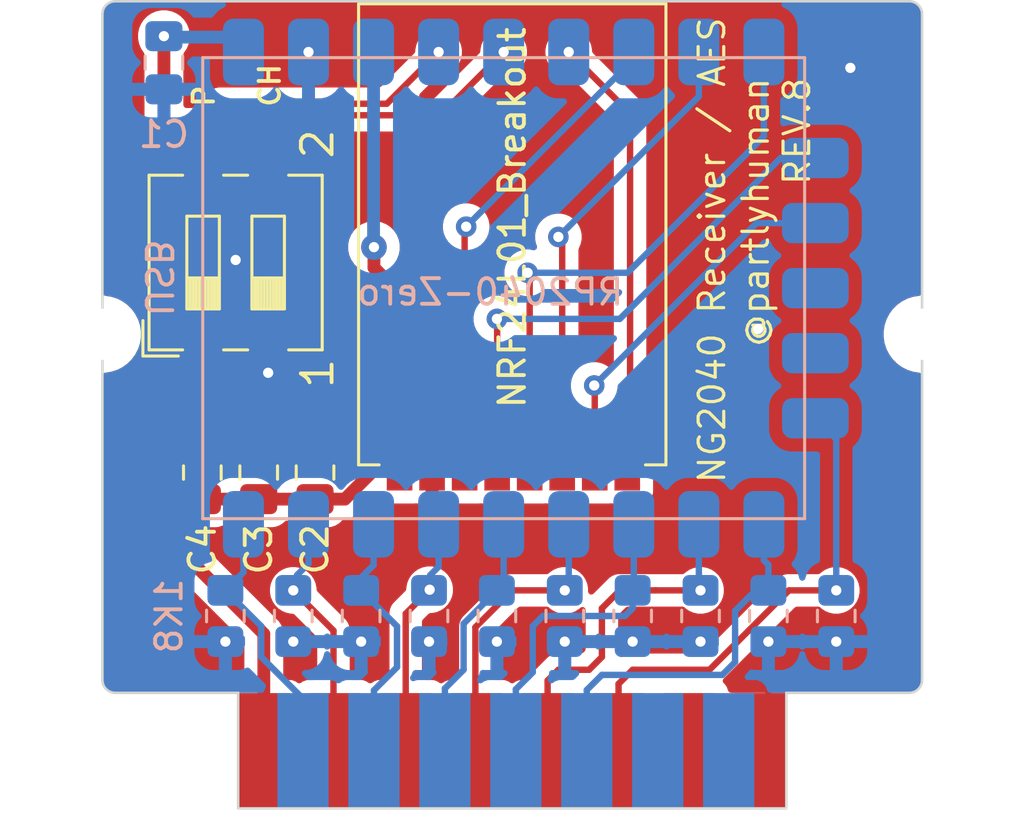
<source format=kicad_pcb>
(kicad_pcb (version 20241229) (generator "pcbnew") (generator_version "9.0")
  (title_block (title "NG2040 Receiver / AES") (date "2025-06-15") (rev "8") (company "@partlyhuman"))
  (layers (0 "F.Cu" signal) (2 "B.Cu" signal) (13 "F.Paste" user) (15 "B.Paste" user) (5 "F.SilkS" user "F.Silkscreen") (7 "B.SilkS" user "B.Silkscreen") (1 "F.Mask" user) (3 "B.Mask" user) (25 "Edge.Cuts" user))
  (net 0 "")
  (net 2 "/VCC")
  (net 3 "/DD")
  (net 4 "/DR")
  (net 5 "/BB")
  (net 6 "/BD")
  (net 7 "/SEL")
  (net 9 "/DU")
  (net 10 "/DL")
  (net 11 "/BA")
  (net 12 "/BC")
  (net 13 "/STA")
  (net 14 "/MISO")
  (net 15 "/CS")
  (net 16 "/SCK")
  (net 17 "/MOSI")
  (net 18 "/CE")
  (net 19 "/IRQ")
  (net 21 "/3V3")
  (net 22 "GND")
  (net 23 "/SET_POWER")
  (net 24 "/SET_PLAYER")
  (footprint "DIY_DB15:DIY_DB15" (layer "F.Cu") (at 100.15 86.26)
    (property "Reference" "J1" (hide yes))
    (property "Value" "DB15_F")
    (pad "1" smd rect (at 9.54 0 90) (size 4.5 2) (layers "F.Cu" "F.Mask" "F.Paste") (net 22 "GND"))
    (pad "2" smd rect (at 6.77 0 90) (size 4.5 2) (layers "F.Cu" "F.Mask" "F.Paste"))
    (pad "3" smd rect (at 4 0 90) (size 4.5 2) (layers "F.Cu" "F.Mask" "F.Paste") (net 7 "/SEL"))
    (pad "4" smd rect (at 1.23 0 90) (size 4.5 2) (layers "F.Cu" "F.Mask" "F.Paste") (net 6 "/BD"))
    (pad "5" smd rect (at -1.54 0 90) (size 4.5 2) (layers "F.Cu" "F.Mask" "F.Paste") (net 5 "/BB"))
    (pad "6" smd rect (at -4.31 0 90) (size 4.5 2) (layers "F.Cu" "F.Mask" "F.Paste") (net 4 "/DR"))
    (pad "7" smd rect (at -7.08 0 90) (size 4.5 2) (layers "F.Cu" "F.Mask" "F.Paste") (net 3 "/DD"))
    (pad "8" smd rect (at -9.85 0 90) (size 4.5 2) (layers "F.Cu" "F.Mask" "F.Paste") (net 2 "/VCC"))
    (pad "9" smd rect (at 8.3 0 270) (size 4.5 2) (layers "B.Cu" "B.Mask" "B.Paste"))
    (pad "10" smd rect (at 5.53 0 270) (size 4.5 2) (layers "B.Cu" "B.Mask" "B.Paste"))
    (pad "11" smd rect (at 2.76 0 270) (size 4.5 2) (layers "B.Cu" "B.Mask" "B.Paste") (net 13 "/STA"))
    (pad "12" smd rect (at -0.01 0 270) (size 4.5 2) (layers "B.Cu" "B.Mask" "B.Paste") (net 12 "/BC"))
    (pad "13" smd rect (at -2.78 0 270) (size 4.5 2) (layers "B.Cu" "B.Mask" "B.Paste") (net 11 "/BA"))
    (pad "14" smd rect (at -5.55 0 270) (size 4.5 2) (layers "B.Cu" "B.Mask" "B.Paste") (net 10 "/DL"))
    (pad "15" smd rect (at -8.32 0 270) (size 4.5 2) (layers "B.Cu" "B.Mask" "B.Paste") (net 9 "/DU"))
  )
  (footprint "NRF24L01:NRF24L01-SMD" (layer "F.Cu") (at 100 66.4)
    (property "Reference" "U2")
    (property "Value" "NRF24L01_Breakout" (at 0 -0.95 90) (layer "F.SilkS"))
    (fp_line (start -6 -9.3) (end 6 -9.3) (stroke (width 0.12)) (layer "F.SilkS"))
    (fp_line (start -6 8.7) (end -6 -9.3) (stroke (width 0.12)) (layer "F.SilkS"))
    (fp_line (start -5.2 8.7) (end -6 8.7) (stroke (width 0.12)) (layer "F.SilkS"))
    (fp_line (start 6 -9.3) (end 6 8.7) (stroke (width 0.12)) (layer "F.SilkS"))
    (fp_line (start 6 8.7) (end 5.2 8.7) (stroke (width 0.12)) (layer "F.SilkS"))
    (pad "1" smd rect (at -3.13 8.7) (size 1 2) (layers "F.Cu" "F.Mask" "F.Paste") (net 22 "GND"))
    (pad "2" smd rect (at -4.4 8.7) (size 1 2) (layers "F.Cu" "F.Mask" "F.Paste") (net 21 "/3V3"))
    (pad "3" smd rect (at -1.86 8.7) (size 1 2) (layers "F.Cu" "F.Mask" "F.Paste") (net 18 "/CE"))
    (pad "4" smd rect (at -0.59 8.7) (size 1 2) (layers "F.Cu" "F.Mask" "F.Paste") (net 15 "/CS"))
    (pad "5" smd rect (at 0.68 8.7) (size 1 2) (layers "F.Cu" "F.Mask" "F.Paste") (net 16 "/SCK"))
    (pad "6" smd rect (at 1.95 8.7) (size 1 2) (layers "F.Cu" "F.Mask" "F.Paste") (net 17 "/MOSI"))
    (pad "7" smd rect (at 3.22 8.7) (size 1 2) (layers "F.Cu" "F.Mask" "F.Paste") (net 14 "/MISO"))
    (pad "8" smd rect (at 4.49 8.7) (size 1 2) (layers "F.Cu" "F.Mask" "F.Paste") (net 19 "/IRQ"))
  )
  (footprint "MountingHole:MountingHole_2mm" (layer "F.Cu") (at 84 70)
    (property "Reference" "H1" (hide yes))
    (property "Value" "MountingHole_2mm" (hide yes))
    (pad "" np_thru_hole circle (at 0 0) (size 2 2) (drill 2) (layers "*.Cu" "*.Mask"))
  )
  (footprint "Capacitor_SMD:C_0805_2012Metric_Pad1.18x1.45mm_HandSolder" (layer "F.Cu") (at 92.3 75.4 90)
    (property "Reference" "C2" (at -3 0 90) (layer "F.SilkS"))
    (property "Value" "10nF")
    (fp_line (start 0.261253 -0.735) (end -0.261253 -0.735) (stroke (width 0.12)) (layer "F.SilkS"))
    (fp_line (start 0.261253 0.735) (end -0.261253 0.735) (stroke (width 0.12)) (layer "F.SilkS"))
    (pad "1" smd roundrect (at -1.0375 0 90) (size 1.175 1.45) (layers "F.Cu" "F.Mask" "F.Paste") (roundrect_rratio 0.2127659574) (net 21 "/3V3"))
    (pad "2" smd roundrect (at 1.0375 0 90) (size 1.175 1.45) (layers "F.Cu" "F.Mask" "F.Paste") (roundrect_rratio 0.2127659574) (net 22 "GND"))
  )
  (footprint "Button_Switch_SMD:SW_DIP_SPSTx02_Slide_6.7x6.64mm_W8.61mm_P2.54mm_LowProfile" (layer "F.Cu") (at 89.2 67.2 90)
    (property "Reference" "SW1" (hide yes))
    (property "Value" "OPTS")
    (fp_line (start -3.65 -3.62) (end -2.267001 -3.62) (stroke (width 0.12)) (layer "F.SilkS"))
    (fp_line (start -3.65 -3.62) (end -3.65 -2.237) (stroke (width 0.12)) (layer "F.SilkS"))
    (fp_line (start 3.41 -3.38) (end 3.41 -2.07) (stroke (width 0.12)) (layer "F.SilkS"))
    (fp_line (start -3.41 -3.38) (end 3.41 -3.38) (stroke (width 0.12)) (layer "F.SilkS"))
    (fp_line (start -3.41 -3.38) (end -3.41 -2.07) (stroke (width 0.12)) (layer "F.SilkS"))
    (fp_line (start 1.81 -1.905) (end -1.81 -1.905) (stroke (width 0.12)) (layer "F.SilkS"))
    (fp_line (start -0.603332 -1.905) (end -0.603333 -0.635) (stroke (width 0.12)) (layer "F.SilkS"))
    (fp_line (start -1.81 -1.905) (end -1.81 -0.635) (stroke (width 0.12)) (layer "F.SilkS"))
    (fp_line (start -1.81 -1.785) (end -0.603332 -1.785) (stroke (width 0.12)) (layer "F.SilkS"))
    (fp_line (start -1.81 -1.665) (end -0.603333 -1.665) (stroke (width 0.12)) (layer "F.SilkS"))
    (fp_line (start -1.81 -1.545) (end -0.603333 -1.545) (stroke (width 0.12)) (layer "F.SilkS"))
    (fp_line (start -1.81 -1.425) (end -0.603333 -1.425) (stroke (width 0.12)) (layer "F.SilkS"))
    (fp_line (start -1.81 -1.305) (end -0.603333 -1.305) (stroke (width 0.12)) (layer "F.SilkS"))
    (fp_line (start -1.81 -1.185) (end -0.603332 -1.185) (stroke (width 0.12)) (layer "F.SilkS"))
    (fp_line (start -1.81 -1.065) (end -0.603333 -1.065) (stroke (width 0.12)) (layer "F.SilkS"))
    (fp_line (start -1.81 -0.945) (end -0.603333 -0.945) (stroke (width 0.12)) (layer "F.SilkS"))
    (fp_line (start -1.81 -0.825) (end -0.603333 -0.825) (stroke (width 0.12)) (layer "F.SilkS"))
    (fp_line (start -1.81 -0.705) (end -0.603333 -0.705) (stroke (width 0.12)) (layer "F.SilkS"))
    (fp_line (start 1.81 -0.635) (end 1.81 -1.905) (stroke (width 0.12)) (layer "F.SilkS"))
    (fp_line (start -1.81 -0.635) (end 1.81 -0.635) (stroke (width 0.12)) (layer "F.SilkS"))
    (fp_line (start 3.41 -0.47) (end 3.41 0.47) (stroke (width 0.12)) (layer "F.SilkS"))
    (fp_line (start -3.41 -0.47) (end -3.41 0.47) (stroke (width 0.12)) (layer "F.SilkS"))
    (fp_line (start 1.81 0.635) (end -1.81 0.635) (stroke (width 0.12)) (layer "F.SilkS"))
    (fp_line (start -0.603333 0.635) (end -0.603332 1.905) (stroke (width 0.12)) (layer "F.SilkS"))
    (fp_line (start -1.81 0.635) (end -1.81 1.905) (stroke (width 0.12)) (layer "F.SilkS"))
    (fp_line (start -1.81 0.755) (end -0.603332 0.755) (stroke (width 0.12)) (layer "F.SilkS"))
    (fp_line (start -1.81 0.875) (end -0.603332 0.875) (stroke (width 0.12)) (layer "F.SilkS"))
    (fp_line (start -1.81 0.995) (end -0.603333 0.995) (stroke (width 0.12)) (layer "F.SilkS"))
    (fp_line (start -1.81 1.115) (end -0.603333 1.115) (stroke (width 0.12)) (layer "F.SilkS"))
    (fp_line (start -1.81 1.235) (end -0.603333 1.235) (stroke (width 0.12)) (layer "F.SilkS"))
    (fp_line (start -1.81 1.355) (end -0.603333 1.355) (stroke (width 0.12)) (layer "F.SilkS"))
    (fp_line (start -1.81 1.475) (end -0.603332 1.475) (stroke (width 0.12)) (layer "F.SilkS"))
    (fp_line (start -1.81 1.595) (end -0.603333 1.595) (stroke (width 0.12)) (layer "F.SilkS"))
    (fp_line (start -1.81 1.715) (end -0.603333 1.715) (stroke (width 0.12)) (layer "F.SilkS"))
    (fp_line (start -1.81 1.835) (end -0.603333 1.835) (stroke (width 0.12)) (layer "F.SilkS"))
    (fp_line (start 1.81 1.905) (end 1.81 0.635) (stroke (width 0.12)) (layer "F.SilkS"))
    (fp_line (start -1.81 1.905) (end 1.81 1.905) (stroke (width 0.12)) (layer "F.SilkS"))
    (fp_line (start 3.41 2.07) (end 3.41 3.38) (stroke (width 0.12)) (layer "F.SilkS"))
    (fp_line (start -3.41 2.07) (end -3.41 3.38) (stroke (width 0.12)) (layer "F.SilkS"))
    (fp_line (start -3.41 3.38) (end 3.41 3.38) (stroke (width 0.12)) (layer "F.SilkS"))
    (pad "1" smd rect (at -4.305 -1.27 90) (size 2.44 1.12) (layers "F.Cu" "F.Mask" "F.Paste") (net 22 "GND"))
    (pad "2" smd rect (at -4.305 1.27 90) (size 2.44 1.12) (layers "F.Cu" "F.Mask" "F.Paste") (net 22 "GND"))
    (pad "3" smd rect (at 4.305 1.27 90) (size 2.44 1.12) (layers "F.Cu" "F.Mask" "F.Paste") (net 23 "/SET_POWER"))
    (pad "4" smd rect (at 4.305 -1.27 90) (size 2.44 1.12) (layers "F.Cu" "F.Mask" "F.Paste") (net 24 "/SET_PLAYER"))
  )
  (footprint "Capacitor_SMD:C_0805_2012Metric_Pad1.18x1.45mm_HandSolder" (layer "F.Cu") (at 90.1 75.4 -90)
    (property "Reference" "C3" (at 3 0 90) (layer "F.SilkS"))
    (property "Value" "0.1uF")
    (fp_line (start -0.261253 0.735) (end 0.261253 0.735) (stroke (width 0.12)) (layer "F.SilkS"))
    (fp_line (start -0.261253 -0.735) (end 0.261253 -0.735) (stroke (width 0.12)) (layer "F.SilkS"))
    (pad "1" smd roundrect (at -1.0375 0 270) (size 1.175 1.45) (layers "F.Cu" "F.Mask" "F.Paste") (roundrect_rratio 0.212766) (net 22 "GND"))
    (pad "2" smd roundrect (at 1.0375 0 270) (size 1.175 1.45) (layers "F.Cu" "F.Mask" "F.Paste") (roundrect_rratio 0.212766) (net 21 "/3V3"))
  )
  (footprint "Capacitor_SMD:C_0805_2012Metric_Pad1.18x1.45mm_HandSolder" (layer "F.Cu") (at 87.9 75.4 90)
    (property "Reference" "C4" (at -3 0 90) (layer "F.SilkS"))
    (property "Value" "10uF")
    (fp_line (start -0.261253 -0.735) (end 0.261253 -0.735) (stroke (width 0.12)) (layer "F.SilkS"))
    (fp_line (start -0.261253 0.735) (end 0.261253 0.735) (stroke (width 0.12)) (layer "F.SilkS"))
    (pad "1" smd roundrect (at -1.0375 0 90) (size 1.175 1.45) (layers "F.Cu" "F.Mask" "F.Paste") (roundrect_rratio 0.212766) (net 21 "/3V3"))
    (pad "2" smd roundrect (at 1.0375 0 90) (size 1.175 1.45) (layers "F.Cu" "F.Mask" "F.Paste") (roundrect_rratio 0.212766) (net 22 "GND"))
  )
  (footprint "MountingHole:MountingHole_2mm" (layer "F.Cu") (at 116 70)
    (property "Reference" "H2" (hide yes))
    (property "Value" "MountingHole_2mm" (hide yes))
    (pad "" np_thru_hole circle (at 0 0) (size 2 2) (drill 2) (layers "*.Cu" "*.Mask"))
  )
  (footprint "Resistor_SMD:R_0805_2012Metric_Pad1.20x1.40mm_HandSolder" (layer "B.Cu") (at 99.4 81.000001 -90)
    (property "Reference" "R5")
    (property "Value" "1K8")
    (fp_line (start 0.227064 0.735) (end -0.227064 0.735) (stroke (width 0.12)) (layer "B.SilkS"))
    (fp_line (start 0.227064 -0.735) (end -0.227064 -0.735) (stroke (width 0.12)) (layer "B.SilkS"))
    (pad "1" smd roundrect (at -1 0 270) (size 1.2 1.4) (layers "B.Cu" "B.Mask" "B.Paste") (roundrect_rratio 0.2083333333) (net 11 "/BA"))
    (pad "2" smd roundrect (at 1 0 270) (size 1.2 1.4) (layers "B.Cu" "B.Mask" "B.Paste") (roundrect_rratio 0.2083333333) (net 22 "GND"))
  )
  (footprint "RP2040Zero:RP2040-Zero" (layer "B.Cu") (at 112.365 58.04 -90)
    (property "Reference" "U1")
    (property "Value" "RP2040-Zero" (at 10.315 13.225 0) (layer "B.SilkS") (effects (justify mirror)))
    (fp_line (start 1.16 24.45) (end 19.16 24.45) (stroke (width 0.12)) (layer "B.SilkS"))
    (fp_line (start 19.16 24.45) (end 19.16 0.95) (stroke (width 0.12)) (layer "B.SilkS"))
    (fp_line (start 1.16 0.95) (end 1.16 24.45) (stroke (width 0.12)) (layer "B.SilkS"))
    (fp_line (start 19.16 0.95) (end 1.16 0.95) (stroke (width 0.12)) (layer "B.SilkS"))
    (pad "1" smd roundrect (at 19.38 22.86 270) (size 2.6 1.6) (layers "B.Cu" "B.Mask" "B.Paste") (net 9 "/DU"))
    (pad "2" smd roundrect (at 19.38 20.32 270) (size 2.6 1.6) (layers "B.Cu" "B.Mask" "B.Paste") (net 3 "/DD"))
    (pad "3" smd roundrect (at 19.38 17.78 270) (size 2.6 1.6) (layers "B.Cu" "B.Mask" "B.Paste") (net 10 "/DL"))
    (pad "4" smd roundrect (at 19.38 15.24 270) (size 2.6 1.6) (layers "B.Cu" "B.Mask" "B.Paste") (net 4 "/DR"))
    (pad "5" smd roundrect (at 19.38 12.7 270) (size 2.6 1.6) (layers "B.Cu" "B.Mask" "B.Paste") (net 11 "/BA"))
    (pad "6" smd roundrect (at 19.38 10.16 270) (size 2.6 1.6) (layers "B.Cu" "B.Mask" "B.Paste") (net 5 "/BB"))
    (pad "7" smd roundrect (at 19.38 7.62 270) (size 2.6 1.6) (layers "B.Cu" "B.Mask" "B.Paste") (net 12 "/BC"))
    (pad "8" smd roundrect (at 19.38 5.08 270) (size 2.6 1.6) (layers "B.Cu" "B.Mask" "B.Paste") (net 6 "/BD"))
    (pad "9" smd roundrect (at 19.38 2.54 270) (size 2.6 1.6) (layers "B.Cu" "B.Mask" "B.Paste") (net 13 "/STA"))
    (pad "10" smd roundrect (at 15.24 0.53 270) (size 1.5748 2.6) (layers "B.Cu" "B.Mask" "B.Paste") (net 7 "/SEL"))
    (pad "11" smd roundrect (at 12.7 0.53 270) (size 1.5748 2.6) (layers "B.Cu" "B.Mask" "B.Paste"))
    (pad "12" smd roundrect (at 10.16 0.53 270) (size 1.5748 2.6) (layers "B.Cu" "B.Mask" "B.Paste"))
    (pad "13" smd roundrect (at 7.62 0.53 270) (size 1.5748 2.6) (layers "B.Cu" "B.Mask" "B.Paste") (net 14 "/MISO"))
    (pad "14" smd roundrect (at 5.08 0.53 270) (size 1.5748 2.6) (layers "B.Cu" "B.Mask" "B.Paste") (net 15 "/CS"))
    (pad "15" smd roundrect (at 0.94 2.54 270) (size 2.6 1.6002) (layers "B.Cu" "B.Mask" "B.Paste") (net 16 "/SCK"))
    (pad "16" smd roundrect (at 0.94 5.08 270) (size 2.6 1.6002) (layers "B.Cu" "B.Mask" "B.Paste") (net 17 "/MOSI"))
    (pad "17" smd roundrect (at 0.94 7.62 270) (size 2.6 1.6002) (layers "B.Cu" "B.Mask" "B.Paste") (net 18 "/CE"))
    (pad "18" smd roundrect (at 0.94 10.16 270) (size 2.6 1.6002) (layers "B.Cu" "B.Mask" "B.Paste") (net 19 "/IRQ"))
    (pad "19" smd roundrect (at 0.94 12.7 270) (size 2.6 1.6002) (layers "B.Cu" "B.Mask" "B.Paste") (net 23 "/SET_POWER"))
    (pad "20" smd roundrect (at 0.94 15.24 270) (size 2.6 1.6002) (layers "B.Cu" "B.Mask" "B.Paste") (net 24 "/SET_PLAYER"))
    (pad "21" smd roundrect (at 0.94 17.78 270) (size 2.6 1.6002) (layers "B.Cu" "B.Mask" "B.Paste") (net 21 "/3V3"))
    (pad "22" smd roundrect (at 0.94 20.32 270) (size 2.6 1.6002) (layers "B.Cu" "B.Mask" "B.Paste") (net 22 "GND"))
    (pad "23" smd roundrect (at 0.94 22.86 270) (size 2.6 1.6002) (layers "B.Cu" "B.Mask" "B.Paste") (net 2 "/VCC"))
  )
  (footprint "Resistor_SMD:R_0805_2012Metric_Pad1.20x1.40mm_HandSolder" (layer "B.Cu") (at 91.45 81 -90)
    (property "Reference" "R2")
    (property "Value" "1K8")
    (fp_line (start 0.227064 0.735) (end -0.227064 0.735) (stroke (width 0.12)) (layer "B.SilkS"))
    (fp_line (start 0.227064 -0.735) (end -0.227064 -0.735) (stroke (width 0.12)) (layer "B.SilkS"))
    (pad "1" smd roundrect (at -1 0 270) (size 1.2 1.4) (layers "B.Cu" "B.Mask" "B.Paste") (roundrect_rratio 0.2083333333) (net 3 "/DD"))
    (pad "2" smd roundrect (at 1 0 270) (size 1.2 1.4) (layers "B.Cu" "B.Mask" "B.Paste") (roundrect_rratio 0.2083333333) (net 22 "GND"))
  )
  (footprint "Resistor_SMD:R_0805_2012Metric_Pad1.20x1.40mm_HandSolder" (layer "B.Cu") (at 104.7 81.000001 -90)
    (property "Reference" "R7")
    (property "Value" "1K8")
    (fp_line (start 0.227064 0.735) (end -0.227064 0.735) (stroke (width 0.12)) (layer "B.SilkS"))
    (fp_line (start 0.227064 -0.735) (end -0.227064 -0.735) (stroke (width 0.12)) (layer "B.SilkS"))
    (pad "1" smd roundrect (at -1 0 270) (size 1.2 1.4) (layers "B.Cu" "B.Mask" "B.Paste") (roundrect_rratio 0.2083333333) (net 12 "/BC"))
    (pad "2" smd roundrect (at 1 0 270) (size 1.2 1.4) (layers "B.Cu" "B.Mask" "B.Paste") (roundrect_rratio 0.2083333333) (net 22 "GND"))
  )
  (footprint "Resistor_SMD:R_0805_2012Metric_Pad1.20x1.40mm_HandSolder" (layer "B.Cu") (at 88.8 81 -90)
    (property "Reference" "R1")
    (property "Value" "1K8" (at 0 2.2 90) (layer "B.SilkS") (effects (justify mirror)))
    (fp_line (start 0.227064 0.735) (end -0.227064 0.735) (stroke (width 0.12)) (layer "B.SilkS"))
    (fp_line (start 0.227064 -0.735) (end -0.227064 -0.735) (stroke (width 0.12)) (layer "B.SilkS"))
    (pad "1" smd roundrect (at -1 0 270) (size 1.2 1.4) (layers "B.Cu" "B.Mask" "B.Paste") (roundrect_rratio 0.2083333333) (net 9 "/DU"))
    (pad "2" smd roundrect (at 1 0 270) (size 1.2 1.4) (layers "B.Cu" "B.Mask" "B.Paste") (roundrect_rratio 0.2083333333) (net 22 "GND"))
  )
  (footprint "Resistor_SMD:R_0805_2012Metric_Pad1.20x1.40mm_HandSolder" (layer "B.Cu") (at 96.75 81 -90)
    (property "Reference" "R4")
    (property "Value" "1K8")
    (fp_line (start 0.227064 0.735) (end -0.227064 0.735) (stroke (width 0.12)) (layer "B.SilkS"))
    (fp_line (start 0.227064 -0.735) (end -0.227064 -0.735) (stroke (width 0.12)) (layer "B.SilkS"))
    (pad "1" smd roundrect (at -1 0 270) (size 1.2 1.4) (layers "B.Cu" "B.Mask" "B.Paste") (roundrect_rratio 0.2083333333) (net 4 "/DR"))
    (pad "2" smd roundrect (at 1 0 270) (size 1.2 1.4) (layers "B.Cu" "B.Mask" "B.Paste") (roundrect_rratio 0.2083333333) (net 22 "GND"))
  )
  (footprint "Resistor_SMD:R_0805_2012Metric_Pad1.20x1.40mm_HandSolder" (layer "B.Cu") (at 110 81 -90)
    (property "Reference" "R9")
    (property "Value" "1K8")
    (fp_line (start 0.227064 0.735) (end -0.227064 0.735) (stroke (width 0.12)) (layer "B.SilkS"))
    (fp_line (start 0.227064 -0.735) (end -0.227064 -0.735) (stroke (width 0.12)) (layer "B.SilkS"))
    (pad "1" smd roundrect (at -1 0 270) (size 1.2 1.4) (layers "B.Cu" "B.Mask" "B.Paste") (roundrect_rratio 0.2083333333) (net 13 "/STA"))
    (pad "2" smd roundrect (at 1 0 270) (size 1.2 1.4) (layers "B.Cu" "B.Mask" "B.Paste") (roundrect_rratio 0.2083333333) (net 22 "GND"))
  )
  (footprint "Resistor_SMD:R_0805_2012Metric_Pad1.20x1.40mm_HandSolder" (layer "B.Cu") (at 112.65 81 -90)
    (property "Reference" "R10")
    (property "Value" "1K8")
    (fp_line (start 0.227064 0.735) (end -0.227064 0.735) (stroke (width 0.12)) (layer "B.SilkS"))
    (fp_line (start 0.227064 -0.735) (end -0.227064 -0.735) (stroke (width 0.12)) (layer "B.SilkS"))
    (pad "1" smd roundrect (at -1 0 270) (size 1.2 1.4) (layers "B.Cu" "B.Mask" "B.Paste") (roundrect_rratio 0.2083333333) (net 7 "/SEL"))
    (pad "2" smd roundrect (at 1 0 270) (size 1.2 1.4) (layers "B.Cu" "B.Mask" "B.Paste") (roundrect_rratio 0.2083333333) (net 22 "GND"))
  )
  (footprint "Capacitor_SMD:C_0805_2012Metric_Pad1.18x1.45mm_HandSolder" (layer "B.Cu") (at 86.4 59.4 -90)
    (property "Reference" "C1" (at 2.8 0 0) (layer "B.SilkS") (effects (justify mirror)))
    (property "Value" "0.1uF")
    (fp_line (start 0.261253 0.735) (end -0.261253 0.735) (stroke (width 0.12)) (layer "B.SilkS"))
    (fp_line (start 0.261253 -0.735) (end -0.261253 -0.735) (stroke (width 0.12)) (layer "B.SilkS"))
    (pad "1" smd roundrect (at -1.0375 0 270) (size 1.175 1.45) (layers "B.Cu" "B.Mask" "B.Paste") (roundrect_rratio 0.212766) (net 2 "/VCC"))
    (pad "2" smd roundrect (at 1.0375 0 270) (size 1.175 1.45) (layers "B.Cu" "B.Mask" "B.Paste") (roundrect_rratio 0.212766) (net 22 "GND"))
  )
  (footprint "Resistor_SMD:R_0805_2012Metric_Pad1.20x1.40mm_HandSolder" (layer "B.Cu") (at 107.35 81.000001 -90)
    (property "Reference" "R8")
    (property "Value" "1K8")
    (fp_line (start 0.227064 0.735) (end -0.227064 0.735) (stroke (width 0.12)) (layer "B.SilkS"))
    (fp_line (start 0.227064 -0.735) (end -0.227064 -0.735) (stroke (width 0.12)) (layer "B.SilkS"))
    (pad "1" smd roundrect (at -1 0 270) (size 1.2 1.4) (layers "B.Cu" "B.Mask" "B.Paste") (roundrect_rratio 0.2083333333) (net 6 "/BD"))
    (pad "2" smd roundrect (at 1 0 270) (size 1.2 1.4) (layers "B.Cu" "B.Mask" "B.Paste") (roundrect_rratio 0.2083333333) (net 22 "GND"))
  )
  (footprint "Resistor_SMD:R_0805_2012Metric_Pad1.20x1.40mm_HandSolder" (layer "B.Cu") (at 102.05 81.000001 -90)
    (property "Reference" "R6")
    (property "Value" "1K8")
    (fp_line (start 0.227064 0.735) (end -0.227064 0.735) (stroke (width 0.12)) (layer "B.SilkS"))
    (fp_line (start 0.227064 -0.735) (end -0.227064 -0.735) (stroke (width 0.12)) (layer "B.SilkS"))
    (pad "1" smd roundrect (at -1 0 270) (size 1.2 1.4) (layers "B.Cu" "B.Mask" "B.Paste") (roundrect_rratio 0.2083333333) (net 5 "/BB"))
    (pad "2" smd roundrect (at 1 0 270) (size 1.2 1.4) (layers "B.Cu" "B.Mask" "B.Paste") (roundrect_rratio 0.2083333333) (net 22 "GND"))
  )
  (footprint "Resistor_SMD:R_0805_2012Metric_Pad1.20x1.40mm_HandSolder" (layer "B.Cu") (at 94.1 81 -90)
    (property "Reference" "R3")
    (property "Value" "1K8")
    (fp_line (start 0.227064 0.735) (end -0.227064 0.735) (stroke (width 0.12)) (layer "B.SilkS"))
    (fp_line (start 0.227064 -0.735) (end -0.227064 -0.735) (stroke (width 0.12)) (layer "B.SilkS"))
    (pad "1" smd roundrect (at -1 0 270) (size 1.2 1.4) (layers "B.Cu" "B.Mask" "B.Paste") (roundrect_rratio 0.2083333333) (net 10 "/DL"))
    (pad "2" smd roundrect (at 1 0 270) (size 1.2 1.4) (layers "B.Cu" "B.Mask" "B.Paste") (roundrect_rratio 0.2083333333) (net 22 "GND"))
  )
  (gr_arc (start 84 57.5) (mid 84.146447 57.146447) (end 84.5 57) (stroke (width 0.1)) (layer "Edge.Cuts"))
  (gr_line (start 84 83.5) (end 84 69) (stroke (width 0.1)) (layer "Edge.Cuts"))
  (gr_line (start 116 83.5) (end 116 69) (stroke (width 0.1)) (layer "Edge.Cuts"))
  (gr_arc (start 115.5 57) (mid 115.853553 57.146447) (end 116 57.5) (stroke (width 0.1)) (layer "Edge.Cuts"))
  (gr_arc (start 116 83.5) (mid 115.853553 83.853553) (end 115.5 84) (stroke (width 0.1)) (layer "Edge.Cuts"))
  (gr_line (start 115.5 84) (end 110.7 84) (stroke (width 0.1)) (layer "Edge.Cuts"))
  (gr_line (start 115.5 57) (end 84.5 57) (stroke (width 0.1)) (layer "Edge.Cuts"))
  (gr_line (start 84.5 84) (end 89.3 84) (stroke (width 0.1)) (layer "Edge.Cuts"))
  (gr_line (start 89.3 84) (end 89.3 88.51) (stroke (width 0.1)) (layer "Edge.Cuts"))
  (gr_line (start 84 69) (end 84 57.5) (stroke (width 0.1)) (layer "Edge.Cuts"))
  (gr_line (start 89.3 88.51) (end 110.7 88.51) (stroke (width 0.1)) (layer "Edge.Cuts"))
  (gr_line (start 110.7 88.51) (end 110.7 84) (stroke (width 0.1)) (layer "Edge.Cuts"))
  (gr_arc (start 84.5 84) (mid 84.146447 83.853553) (end 84 83.5) (stroke (width 0.1)) (layer "Edge.Cuts"))
  (gr_line (start 116 69) (end 116 57.5) (stroke (width 0.1)) (layer "Edge.Cuts"))
  (gr_text "2" (at 93.1 61.9 90) (layer "F.SilkS") (effects (font (size 1.2 1.2)) (justify right bottom)))
  (gr_text "1" (at 93.1 72.2 90) (layer "F.SilkS") (effects (font (size 1.2 1.2)) (justify left bottom)))
  (gr_text "P\n\nCH" (at 91 61.2 90) (layer "F.SilkS") (effects (font (size 0.8 0.8)) (justify left bottom)))
  (gr_text "${COMPANY}\nREV.${REVISION}" (at 111.7 59.9 90) (layer "F.SilkS") (effects (font (size 1 1) (thickness 0.125)) (justify right bottom)))
  (gr_text "${TITLE}" (at 107.8 75.9 90) (layer "F.SilkS") (effects (font (size 1 1) (thickness 0.125)) (justify left)))
  (gr_text "USB" (at 85.6 67.8 -90) (layer "B.SilkS") (effects (font (size 1 1)) (justify bottom mirror)))
  (segment (start 90.3 81.7) (end 90.3 86.26) (width 0.5) (layer "F.Cu") (net 2))
  (segment (start 86.4 77.8) (end 90.3 81.7) (width 0.5) (layer "F.Cu") (net 2))
  (segment (start 86.4 58.3625) (end 86.4 77.8) (width 0.5) (layer "F.Cu") (net 2))
  (via (at 86.4 58.3625) (size 1) (drill 0.4) (layers "F.Cu" "B.Cu") (net 2))
  (segment (start 88.925 58.4) (end 89.505 58.98) (width 0.5) (layer "B.Cu") (net 2))
  (segment (start 86.4375 58.4) (end 88.925 58.4) (width 0.5) (layer "B.Cu") (net 2))
  (segment (start 86.4 58.3625) (end 86.4375 58.4) (width 0.5) (layer "B.Cu") (net 2))
  (segment (start 93.02 81.57) (end 93.02 86.21) (width 0.25) (layer "F.Cu") (net 3))
  (segment (start 91.45 80) (end 93.02 81.57) (width 0.25) (layer "F.Cu") (net 3))
  (segment (start 93.02 86.21) (end 93.07 86.26) (width 0.25) (layer "F.Cu") (net 3))
  (via (at 91.45 80) (size 0.8) (drill 0.4) (layers "F.Cu" "B.Cu") (net 3))
  (segment (start 91.6 79.4) (end 92.045 78.955) (width 0.25) (layer "B.Cu") (net 3))
  (segment (start 91.45 80) (end 91.6 79.85) (width 0.25) (layer "B.Cu") (net 3))
  (segment (start 92.045 78.955) (end 92.045 77.42) (width 0.25) (layer "B.Cu") (net 3))
  (segment (start 91.6 79.85) (end 91.6 79.4) (width 0.25) (layer "B.Cu") (net 3))
  (segment (start 95.84 80.91) (end 95.84 86.15) (width 0.25) (layer "F.Cu") (net 4))
  (segment (start 95.84 86.15) (end 95.79 86.2) (width 0.25) (layer "F.Cu") (net 4))
  (segment (start 96.775 79.975) (end 95.84 80.91) (width 0.25) (layer "F.Cu") (net 4))
  (via (at 96.775 79.975) (size 0.8) (drill 0.4) (layers "F.Cu" "B.Cu") (net 4))
  (segment (start 97.125 79.075) (end 97.125 77.42) (width 0.25) (layer "B.Cu") (net 4))
  (segment (start 96.775 79.975) (end 96.8 79.95) (width 0.25) (layer "B.Cu") (net 4))
  (segment (start 96.8 79.95) (end 96.8 79.4) (width 0.25) (layer "B.Cu") (net 4))
  (segment (start 96.8 79.4) (end 97.125 79.075) (width 0.25) (layer "B.Cu") (net 4))
  (segment (start 96.75 80) (end 96.775 79.975) (width 0.25) (layer "B.Cu") (net 4))
  (segment (start 99.999999 80.000001) (end 98.56 81.44) (width 0.25) (layer "F.Cu") (net 5))
  (segment (start 98.56 86.21) (end 98.61 86.26) (width 0.25) (layer "F.Cu") (net 5))
  (segment (start 98.56 81.44) (end 98.56 86.21) (width 0.25) (layer "F.Cu") (net 5))
  (segment (start 102.05 80.000001) (end 99.999999 80.000001) (width 0.25) (layer "F.Cu") (net 5))
  (via (at 102.05 80.000001) (size 0.8) (drill 0.4) (layers "F.Cu" "B.Cu") (net 5))
  (segment (start 102.205 79.845001) (end 102.05 80.000001) (width 0.25) (layer "B.Cu") (net 5))
  (segment (start 102.205 77.42) (end 102.205 79.845001) (width 0.25) (layer "B.Cu") (net 5))
  (segment (start 105.599998 80) (end 105.599999 80.000001) (width 0.25) (layer "F.Cu") (net 6))
  (segment (start 103.5 80.7) (end 104.2 80) (width 0.25) (layer "F.Cu") (net 6))
  (segment (start 105.599999 80.000001) (end 107.35 80.000001) (width 0.25) (layer "F.Cu") (net 6))
  (segment (start 101.38 83.52) (end 101.8 83.1) (width 0.25) (layer "F.Cu") (net 6))
  (segment (start 101.8 83.1) (end 103 83.1) (width 0.25) (layer "F.Cu") (net 6))
  (segment (start 101.38 86.26) (end 101.38 83.52) (width 0.25) (layer "F.Cu") (net 6))
  (segment (start 104.2 80) (end 105.599998 80) (width 0.25) (layer "F.Cu") (net 6))
  (segment (start 103 83.1) (end 103.5 82.6) (width 0.25) (layer "F.Cu") (net 6))
  (segment (start 103.5 82.6) (end 103.5 80.7) (width 0.25) (layer "F.Cu") (net 6))
  (via (at 107.35 80.000001) (size 0.8) (drill 0.4) (layers "F.Cu" "B.Cu") (net 6))
  (segment (start 107.285 77.42) (end 107.285 79.935001) (width 0.25) (layer "B.Cu") (net 6))
  (segment (start 107.285 79.935001) (end 107.35 80.000001) (width 0.25) (layer "B.Cu") (net 6))
  (segment (start 110.8 80) (end 112.65 80) (width 0.25) (layer "F.Cu") (net 7))
  (segment (start 104.15 86.26) (end 104.15 83.65) (width 0.25) (layer "F.Cu") (net 7))
  (segment (start 104.7 83.1) (end 107.7 83.1) (width 0.25) (layer "F.Cu") (net 7))
  (segment (start 107.7 83.1) (end 110.8 80) (width 0.25) (layer "F.Cu") (net 7))
  (segment (start 104.15 83.65) (end 104.7 83.1) (width 0.25) (layer "F.Cu") (net 7))
  (via (at 112.65 80) (size 0.8) (drill 0.4) (layers "F.Cu" "B.Cu") (net 7))
  (segment (start 111.835 73.28) (end 112.65 74.095) (width 0.25) (layer "B.Cu") (net 7))
  (segment (start 112.65 74.095) (end 112.65 80) (width 0.25) (layer "B.Cu") (net 7))
  (segment (start 90.2 82.6) (end 91.83 84.23) (width 0.25) (layer "B.Cu") (net 9))
  (segment (start 91.83 84.23) (end 91.83 86.26) (width 0.25) (layer "B.Cu") (net 9))
  (segment (start 89.505 77.42) (end 89.505 79.295) (width 0.25) (layer "B.Cu") (net 9))
  (segment (start 90.2 81.4) (end 90.2 82.6) (width 0.25) (layer "B.Cu") (net 9))
  (segment (start 88.8 80) (end 90.2 81.4) (width 0.25) (layer "B.Cu") (net 9))
  (segment (start 89.505 79.295) (end 88.8 80) (width 0.25) (layer "B.Cu") (net 9))
  (segment (start 94.6 83.9) (end 94.6 86.26) (width 0.25) (layer "B.Cu") (net 10))
  (segment (start 95.5 81.4) (end 95.5 83) (width 0.25) (layer "B.Cu") (net 10))
  (segment (start 94.1 80) (end 94.1 79.5) (width 0.25) (layer "B.Cu") (net 10))
  (segment (start 94.1 80) (end 95.5 81.4) (width 0.25) (layer "B.Cu") (net 10))
  (segment (start 94.1 79.5) (end 94.585 79.015) (width 0.25) (layer "B.Cu") (net 10))
  (segment (start 95.5 83) (end 94.6 83.9) (width 0.25) (layer "B.Cu") (net 10))
  (segment (start 94.585 79.015) (end 94.585 77.42) (width 0.25) (layer "B.Cu") (net 10))
  (segment (start 97.37 83.83) (end 97.37 86.26) (width 0.25) (layer "B.Cu") (net 11))
  (segment (start 98.1 83.1) (end 97.37 83.83) (width 0.25) (layer "B.Cu") (net 11))
  (segment (start 99.665 79.735001) (end 99.4 80.000001) (width 0.25) (layer "B.Cu") (net 11))
  (segment (start 98.1 81.300001) (end 98.1 83.1) (width 0.25) (layer "B.Cu") (net 11))
  (segment (start 99.665 77.42) (end 99.665 79.735001) (width 0.25) (layer "B.Cu") (net 11))
  (segment (start 99.4 80.000001) (end 98.1 81.300001) (width 0.25) (layer "B.Cu") (net 11))
  (segment (start 100.8 81.4) (end 100.8 83.2) (width 0.25) (layer "B.Cu") (net 12))
  (segment (start 104.4 81) (end 101.2 81) (width 0.25) (layer "B.Cu") (net 12))
  (segment (start 104.745 79.955001) (end 104.7 80.000001) (width 0.25) (layer "B.Cu") (net 12))
  (segment (start 104.7 80.000001) (end 104.7 80.7) (width 0.25) (layer "B.Cu") (net 12))
  (segment (start 100.14 83.86) (end 100.14 86.26) (width 0.25) (layer "B.Cu") (net 12))
  (segment (start 104.7 80.7) (end 104.4 81) (width 0.25) (layer "B.Cu") (net 12))
  (segment (start 100.8 83.2) (end 100.14 83.86) (width 0.25) (layer "B.Cu") (net 12))
  (segment (start 101.2 81) (end 100.8 81.4) (width 0.25) (layer "B.Cu") (net 12))
  (segment (start 104.745 77.42) (end 104.745 79.955001) (width 0.25) (layer "B.Cu") (net 12))
  (segment (start 109.825 78.825) (end 110 79) (width 0.25) (layer "B.Cu") (net 13))
  (segment (start 103.5 83.3) (end 108.2 83.3) (width 0.25) (layer "B.Cu") (net 13))
  (segment (start 108.7 80.8) (end 109.5 80) (width 0.25) (layer "B.Cu") (net 13))
  (segment (start 102.91 86.26) (end 102.91 83.89) (width 0.25) (layer "B.Cu") (net 13))
  (segment (start 109.825 77.42) (end 109.825 78.825) (width 0.25) (layer "B.Cu") (net 13))
  (segment (start 108.2 83.3) (end 108.7 82.8) (width 0.25) (layer "B.Cu") (net 13))
  (segment (start 102.91 83.89) (end 103.5 83.3) (width 0.25) (layer "B.Cu") (net 13))
  (segment (start 110 79) (end 110 80) (width 0.25) (layer "B.Cu") (net 13))
  (segment (start 108.7 82.8) (end 108.7 80.8) (width 0.25) (layer "B.Cu") (net 13))
  (segment (start 109.5 80) (end 110 80) (width 0.25) (layer "B.Cu") (net 13))
  (segment (start 103.22 72.02) (end 103.22 75.1) (width 0.25) (layer "F.Cu") (net 14))
  (segment (start 103.2 72) (end 103.22 72.02) (width 0.25) (layer "F.Cu") (net 14))
  (via (at 103.2 72) (size 0.8) (drill 0.4) (layers "F.Cu" "B.Cu") (net 14))
  (segment (start 109.54 65.66) (end 111.835 65.66) (width 0.25) (layer "B.Cu") (net 14))
  (segment (start 103.2 72) (end 109.54 65.66) (width 0.25) (layer "B.Cu") (net 14))
  (segment (start 99.41 69.41) (end 99.41 75.1) (width 0.25) (layer "F.Cu") (net 15))
  (segment (start 99.4 69.4) (end 99.41 69.41) (width 0.25) (layer "F.Cu") (net 15))
  (via (at 99.4 69.4) (size 0.8) (drill 0.4) (layers "F.Cu" "B.Cu") (net 15))
  (segment (start 110.48 63.12) (end 111.835 63.12) (width 0.25) (layer "B.Cu") (net 15))
  (segment (start 99.4 69.4) (end 104.2 69.4) (width 0.25) (layer "B.Cu") (net 15))
  (segment (start 104.2 69.4) (end 110.48 63.12) (width 0.25) (layer "B.Cu") (net 15))
  (segment (start 100.6 67.6) (end 100.68 67.68) (width 0.25) (layer "F.Cu") (net 16))
  (segment (start 100.68 67.68) (end 100.68 75.1) (width 0.25) (layer "F.Cu") (net 16))
  (via (at 100.6 67.6) (size 0.8) (drill 0.4) (layers "F.Cu" "B.Cu") (net 16))
  (segment (start 104.5 67.6) (end 109.825 62.275) (width 0.25) (layer "B.Cu") (net 16))
  (segment (start 100.6 67.6) (end 104.5 67.6) (width 0.25) (layer "B.Cu") (net 16))
  (segment (start 109.825 62.275) (end 109.825 58.98) (width 0.25) (layer "B.Cu") (net 16))
  (segment (start 101.8 66.2) (end 101.95 66.35) (width 0.25) (layer "F.Cu") (net 17))
  (segment (start 101.95 66.35) (end 101.95 75.1) (width 0.25) (layer "F.Cu") (net 17))
  (via (at 101.8 66.2) (size 0.8) (drill 0.4) (layers "F.Cu" "B.Cu") (net 17))
  (segment (start 107.285 60.715) (end 107.285 58.98) (width 0.25) (layer "B.Cu") (net 17))
  (segment (start 101.8 66.2) (end 107.285 60.715) (width 0.25) (layer "B.Cu") (net 17))
  (segment (start 98.14 65.86) (end 98.14 75.1) (width 0.25) (layer "F.Cu") (net 18))
  (segment (start 98.2 65.8) (end 98.14 65.86) (width 0.25) (layer "F.Cu") (net 18))
  (via (at 98.2 65.8) (size 0.8) (drill 0.4) (layers "F.Cu" "B.Cu") (net 18))
  (segment (start 98.2 65.8) (end 104.745 59.255) (width 0.25) (layer "B.Cu") (net 18))
  (segment (start 104.745 59.255) (end 104.745 58.98) (width 0.25) (layer "B.Cu") (net 18))
  (segment (start 104.6 74.99) (end 104.49 75.1) (width 0.25) (layer "F.Cu") (net 19))
  (segment (start 104.6 61.375) (end 104.6 74.99) (width 0.25) (layer "F.Cu") (net 19))
  (segment (start 102.205 58.98) (end 104.6 61.375) (width 0.25) (layer "F.Cu") (net 19))
  (via (at 102.205 58.98) (size 0.8) (drill 0.4) (layers "F.Cu" "B.Cu") (net 19))
  (segment (start 93.4625 76.4375) (end 87.8 76.4375) (width 0.5) (layer "F.Cu") (net 21))
  (segment (start 94.6 67.4) (end 95.6 68.4) (width 0.5) (layer "F.Cu") (net 21))
  (segment (start 94.6 66.6) (end 94.6 67.4) (width 0.5) (layer "F.Cu") (net 21))
  (segment (start 95.6 75.1) (end 94.8 75.1) (width 0.5) (layer "F.Cu") (net 21))
  (segment (start 94.8 75.1) (end 93.4625 76.4375) (width 0.5) (layer "F.Cu") (net 21))
  (segment (start 95.6 68.4) (end 95.6 75.1) (width 0.5) (layer "F.Cu") (net 21))
  (via (at 94.6 66.6) (size 1) (drill 0.4) (layers "F.Cu" "B.Cu") (net 21))
  (segment (start 94.585 58.98) (end 94.585 66.585) (width 0.5) (layer "B.Cu") (net 21))
  (segment (start 94.585 66.585) (end 94.6 66.6) (width 0.5) (layer "B.Cu") (net 21))
  (segment (start 90.47 71.505) (end 90.47 71.93) (width 0.25) (layer "F.Cu") (net 22))
  (segment (start 90.1 72.3) (end 90.1 74.3625) (width 0.25) (layer "F.Cu") (net 22))
  (segment (start 87.93 71.505) (end 90.47 71.505) (width 0.25) (layer "F.Cu") (net 22))
  (segment (start 87.93 74.3325) (end 87.9 74.3625) (width 0.25) (layer "F.Cu") (net 22))
  (segment (start 87.93 71.505) (end 87.93 74.3325) (width 0.25) (layer "F.Cu") (net 22))
  (segment (start 109.69 86.26) (end 110 85.95) (width 0.25) (layer "F.Cu") (net 22))
  (segment (start 110 85.95) (end 110 82) (width 0.25) (layer "F.Cu") (net 22))
  (segment (start 90.47 71.93) (end 90.1 72.3) (width 0.25) (layer "F.Cu") (net 22))
  (segment (start 87.9 74.3625) (end 92.3 74.3625) (width 0.25) (layer "F.Cu") (net 22))
  (via (at 112.65 82) (size 0.8) (drill 0.4) (layers "F.Cu" "B.Cu") (net 22))
  (via (at 99.4 82.000001) (size 0.8) (drill 0.4) (layers "F.Cu" "B.Cu") (net 22))
  (via (at 107.35 82.000001) (size 0.8) (drill 0.4) (layers "F.Cu" "B.Cu") (net 22))
  (via (at 110 82) (size 0.8) (drill 0.4) (layers "F.Cu" "B.Cu") (net 22))
  (via (at 109.6 69.8) (size 0.8) (drill 0.4) (layers "F.Cu" "B.Cu") (net 22))
  (via (at 102.05 82.000001) (size 0.8) (drill 0.4) (layers "F.Cu" "B.Cu") (net 22))
  (via (at 94.1 82) (size 0.8) (drill 0.4) (layers "F.Cu" "B.Cu") (net 22))
  (via (at 104.7 82.000001) (size 0.8) (drill 0.4) (layers "F.Cu" "B.Cu") (net 22))
  (via (at 92.045 58.98) (size 0.8) (drill 0.4) (layers "F.Cu" "B.Cu") (net 22))
  (via (at 90.47 71.505) (size 0.8) (drill 0.4) (layers "F.Cu" "B.Cu") (net 22))
  (via (at 96.75 82) (size 0.8) (drill 0.4) (layers "F.Cu" "B.Cu") (net 22))
  (via (at 113.2 59.6) (size 0.8) (drill 0.4) (layers "F.Cu" "B.Cu") (net 22))
  (via (at 91.45 82) (size 0.8) (drill 0.4) (layers "F.Cu" "B.Cu") (net 22))
  (via (at 89.2 67.1) (size 0.8) (drill 0.4) (layers "F.Cu" "B.Cu") (net 22))
  (via (at 88.8 82) (size 0.8) (drill 0.4) (layers "F.Cu" "B.Cu") (net 22))
  (segment (start 91.45 82) (end 94.1 82) (width 0.25) (layer "B.Cu") (net 22))
  (segment (start 102.05 82.000001) (end 107.35 82.000001) (width 0.25) (layer "B.Cu") (net 22))
  (segment (start 110 82) (end 112.65 82) (width 0.25) (layer "B.Cu") (net 22))
  (segment (start 97.195 61.45) (end 99.665 58.98) (width 0.25) (layer "F.Cu") (net 23))
  (segment (start 90.47 61.93) (end 90.95 61.45) (width 0.25) (layer "F.Cu") (net 23))
  (segment (start 90.47 62.895) (end 90.47 61.93) (width 0.25) (layer "F.Cu") (net 23))
  (segment (start 90.95 61.45) (end 97.195 61.45) (width 0.25) (layer "F.Cu") (net 23))
  (via (at 99.665 58.98) (size 0.8) (drill 0.4) (layers "F.Cu" "B.Cu") (net 23))
  (segment (start 95.105 61) (end 97.125 58.98) (width 0.25) (layer "F.Cu") (net 24))
  (segment (start 88.6 61) (end 95.105 61) (width 0.25) (layer "F.Cu") (net 24))
  (segment (start 87.93 61.67) (end 88.6 61) (width 0.25) (layer "F.Cu") (net 24))
  (segment (start 87.93 62.895) (end 87.93 61.67) (width 0.25) (layer "F.Cu") (net 24))
  (via (at 97.125 58.98) (size 0.8) (drill 0.4) (layers "F.Cu" "B.Cu") (net 24))
  (zone (net 22) (net_name "GND") (layers "F.Cu" "B.Cu") (name "GroundPlane") (connect_pads (clearance 0.508)) (min_thickness 0.254) (fill yes (thermal_gap 0.508) (thermal_bridge_width 0.508))
    (polygon (pts (xy 120 84) (xy 80 84) (xy 80 57) (xy 120 57)))
  )
)
</source>
